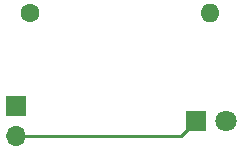
<source format=gbr>
%TF.GenerationSoftware,KiCad,Pcbnew,(6.0.9)*%
%TF.CreationDate,2023-01-23T14:00:58+05:30*%
%TF.ProjectId,simpleLED,73696d70-6c65-44c4-9544-2e6b69636164,rev?*%
%TF.SameCoordinates,Original*%
%TF.FileFunction,Copper,L2,Bot*%
%TF.FilePolarity,Positive*%
%FSLAX46Y46*%
G04 Gerber Fmt 4.6, Leading zero omitted, Abs format (unit mm)*
G04 Created by KiCad (PCBNEW (6.0.9)) date 2023-01-23 14:00:58*
%MOMM*%
%LPD*%
G01*
G04 APERTURE LIST*
%TA.AperFunction,ComponentPad*%
%ADD10R,1.800000X1.800000*%
%TD*%
%TA.AperFunction,ComponentPad*%
%ADD11C,1.800000*%
%TD*%
%TA.AperFunction,ComponentPad*%
%ADD12C,1.600000*%
%TD*%
%TA.AperFunction,ComponentPad*%
%ADD13O,1.600000X1.600000*%
%TD*%
%TA.AperFunction,ComponentPad*%
%ADD14R,1.700000X1.700000*%
%TD*%
%TA.AperFunction,ComponentPad*%
%ADD15O,1.700000X1.700000*%
%TD*%
%TA.AperFunction,Conductor*%
%ADD16C,0.250000*%
%TD*%
G04 APERTURE END LIST*
D10*
%TO.P,D1,1,K*%
%TO.N,Net-(BT1-Pad2)*%
X139700000Y-92710000D03*
D11*
%TO.P,D1,2,A*%
%TO.N,Net-(D1-Pad2)*%
X142240000Y-92710000D03*
%TD*%
D12*
%TO.P,R1,1*%
%TO.N,Net-(BT1-Pad1)*%
X125640000Y-83520000D03*
D13*
%TO.P,R1,2*%
%TO.N,Net-(D1-Pad2)*%
X140880000Y-83520000D03*
%TD*%
D14*
%TO.P,BT1,1,+*%
%TO.N,Net-(BT1-Pad1)*%
X124460000Y-91440000D03*
D15*
%TO.P,BT1,2,-*%
%TO.N,Net-(BT1-Pad2)*%
X124460000Y-93980000D03*
%TD*%
D16*
%TO.N,Net-(BT1-Pad2)*%
X138430000Y-93980000D02*
X139700000Y-92710000D01*
X124460000Y-93980000D02*
X138430000Y-93980000D01*
%TD*%
M02*

</source>
